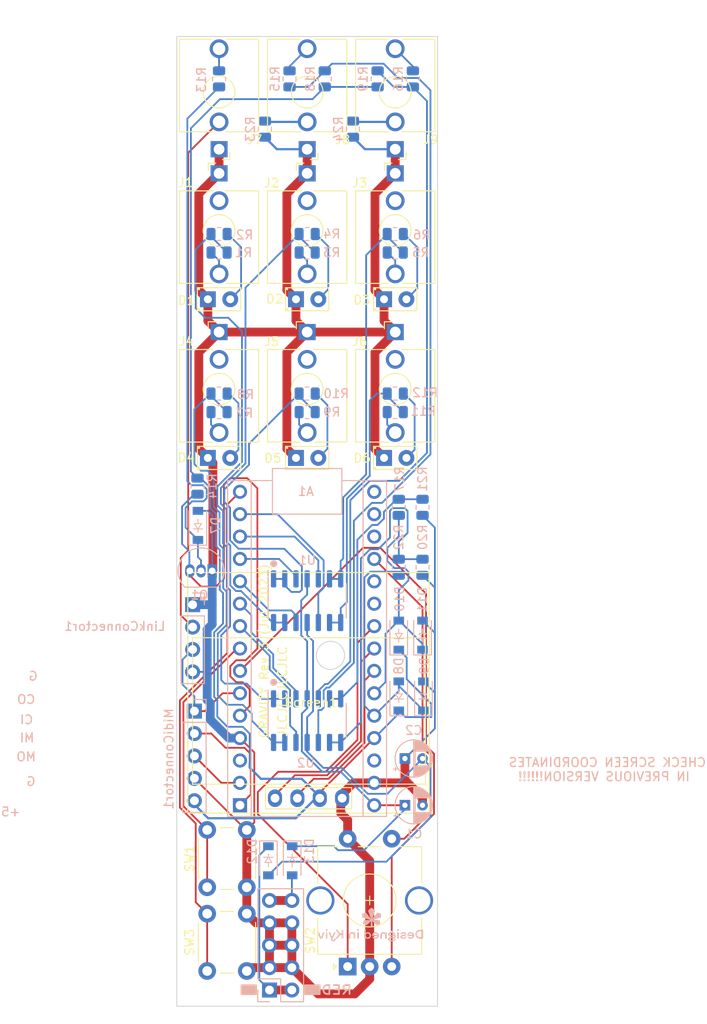
<source format=kicad_pcb>
(kicad_pcb (version 20211014) (generator pcbnew)

  (general
    (thickness 1.6)
  )

  (paper "A4")
  (layers
    (0 "F.Cu" signal)
    (31 "B.Cu" signal)
    (32 "B.Adhes" user "B.Adhesive")
    (33 "F.Adhes" user "F.Adhesive")
    (34 "B.Paste" user)
    (35 "F.Paste" user)
    (36 "B.SilkS" user "B.Silkscreen")
    (37 "F.SilkS" user "F.Silkscreen")
    (38 "B.Mask" user)
    (39 "F.Mask" user)
    (40 "Dwgs.User" user "User.Drawings")
    (41 "Cmts.User" user "User.Comments")
    (42 "Eco1.User" user "User.Eco1")
    (43 "Eco2.User" user "User.Eco2")
    (44 "Edge.Cuts" user)
    (45 "Margin" user)
    (46 "B.CrtYd" user "B.Courtyard")
    (47 "F.CrtYd" user "F.Courtyard")
    (48 "B.Fab" user)
    (49 "F.Fab" user)
    (50 "User.1" user)
    (51 "User.2" user)
    (52 "User.3" user)
    (53 "User.4" user)
    (54 "User.5" user)
    (55 "User.6" user)
    (56 "User.7" user)
    (57 "User.8" user)
    (58 "User.9" user)
  )

  (setup
    (stackup
      (layer "F.SilkS" (type "Top Silk Screen"))
      (layer "F.Paste" (type "Top Solder Paste"))
      (layer "F.Mask" (type "Top Solder Mask") (thickness 0.01))
      (layer "F.Cu" (type "copper") (thickness 0.035))
      (layer "dielectric 1" (type "core") (thickness 1.51) (material "FR4") (epsilon_r 4.5) (loss_tangent 0.02))
      (layer "B.Cu" (type "copper") (thickness 0.035))
      (layer "B.Mask" (type "Bottom Solder Mask") (thickness 0.01))
      (layer "B.Paste" (type "Bottom Solder Paste"))
      (layer "B.SilkS" (type "Bottom Silk Screen"))
      (copper_finish "None")
      (dielectric_constraints no)
    )
    (pad_to_mask_clearance 0)
    (aux_axis_origin 100 40)
    (pcbplotparams
      (layerselection 0x00010fc_ffffffff)
      (disableapertmacros false)
      (usegerberextensions false)
      (usegerberattributes true)
      (usegerberadvancedattributes true)
      (creategerberjobfile true)
      (svguseinch false)
      (svgprecision 6)
      (excludeedgelayer true)
      (plotframeref false)
      (viasonmask false)
      (mode 1)
      (useauxorigin false)
      (hpglpennumber 1)
      (hpglpenspeed 20)
      (hpglpendiameter 15.000000)
      (dxfpolygonmode true)
      (dxfimperialunits true)
      (dxfusepcbnewfont true)
      (psnegative false)
      (psa4output false)
      (plotreference true)
      (plotvalue true)
      (plotinvisibletext false)
      (sketchpadsonfab false)
      (subtractmaskfromsilk false)
      (outputformat 1)
      (mirror false)
      (drillshape 0)
      (scaleselection 1)
      (outputdirectory "REV3 Exports/")
    )
  )

  (net 0 "")
  (net 1 "Serial Out")
  (net 2 "Serial In")
  (net 3 "unconnected-(A1-Pad3)")
  (net 4 "GND")
  (net 5 "DIGITAL INPUT")
  (net 6 "ENC_D2")
  (net 7 "ENC_D1")
  (net 8 "Channel 1")
  (net 9 "Channel 3")
  (net 10 "Channel 4")
  (net 11 "Channel 6")
  (net 12 "START STOP BTN")
  (net 13 "SHIFT BTN")
  (net 14 "24ppqn OUT")
  (net 15 "unconnected-(A1-Pad17)")
  (net 16 "unconnected-(A1-Pad18)")
  (net 17 "unconnected-(A1-Pad20)")
  (net 18 "unconnected-(A1-Pad21)")
  (net 19 "ENC_BTN")
  (net 20 "I2C SDA")
  (net 21 "I2C SCL")
  (net 22 "+5V")
  (net 23 "unconnected-(A1-Pad28)")
  (net 24 "+12V")
  (net 25 "Net-(D1-Pad2)")
  (net 26 "Net-(D2-Pad2)")
  (net 27 "Net-(D3-Pad2)")
  (net 28 "Net-(D4-Pad2)")
  (net 29 "Net-(D5-Pad2)")
  (net 30 "Net-(D6-Pad2)")
  (net 31 "Net-(D7-Pad1)")
  (net 32 "Net-(J1-PadT)")
  (net 33 "unconnected-(J1-PadTN)")
  (net 34 "Net-(J2-PadT)")
  (net 35 "unconnected-(J2-PadTN)")
  (net 36 "Net-(J3-PadT)")
  (net 37 "unconnected-(J3-PadTN)")
  (net 38 "Net-(J4-PadT)")
  (net 39 "unconnected-(J4-PadTN)")
  (net 40 "Net-(J5-PadT)")
  (net 41 "unconnected-(J5-PadTN)")
  (net 42 "Net-(J6-PadT)")
  (net 43 "unconnected-(J6-PadTN)")
  (net 44 "Net-(J7-PadT)")
  (net 45 "DIGITAL INPUT PIN")
  (net 46 "Net-(J8-PadT)")
  (net 47 "Net-(J8-PadTN)")
  (net 48 "Net-(J9-PadT)")
  (net 49 "Net-(J9-PadTN)")
  (net 50 "CV2 INPUT")
  (net 51 "-12V")
  (net 52 "CV1 INPUT")
  (net 53 "unconnected-(A1-Pad16)")
  (net 54 "Net-(D12-Pad1)")
  (net 55 "Net-(D13-Pad2)")
  (net 56 "Net-(R1-Pad1)")
  (net 57 "Net-(R3-Pad1)")
  (net 58 "Net-(R5-Pad1)")
  (net 59 "Net-(R7-Pad1)")
  (net 60 "Net-(R10-Pad2)")
  (net 61 "Net-(R11-Pad1)")
  (net 62 "Net-(R17-Pad2)")
  (net 63 "Net-(R15-Pad2)")
  (net 64 "Net-(R16-Pad2)")
  (net 65 "Net-(R20-Pad1)")
  (net 66 "Channel 2")
  (net 67 "Channel 5")

  (footprint "gtoe:thonkiconn" (layer "F.Cu") (at 124.8 46.3 180))

  (footprint "gtoe:button" (layer "F.Cu") (at 105.7 142.75 90))

  (footprint "gtoe:FlatTopLed" (layer "F.Cu") (at 114.8 87.8))

  (footprint "gtoe:thonkiconn" (layer "F.Cu") (at 114.8 62))

  (footprint "gtoe:thonkiconn" (layer "F.Cu") (at 114.8 80))

  (footprint "gtoe:FlatTopLed" (layer "F.Cu") (at 104.8 87.8))

  (footprint "gtoe:FlatTopLed" (layer "F.Cu") (at 124.8 69.8))

  (footprint "gtoe:I2C SSD1306" (layer "F.Cu") (at 114.95 115.8 180))

  (footprint "gtoe:thonkiconn" (layer "F.Cu") (at 124.8 62))

  (footprint "gtoe:FlatTopLed" (layer "F.Cu") (at 114.8 69.8))

  (footprint "gtoe:SwitchEncoder" (layer "F.Cu") (at 121.9 138 90))

  (footprint "gtoe:thonkiconn" (layer "F.Cu") (at 114.8 46.3 180))

  (footprint "gtoe:thonkiconn" (layer "F.Cu") (at 124.8 80))

  (footprint "gtoe:thonkiconn" (layer "F.Cu") (at 104.8 62))

  (footprint "gtoe:FlatTopLed" (layer "F.Cu") (at 124.8 87.8))

  (footprint "gtoe:FlatTopLed" (layer "F.Cu") (at 104.8 69.8))

  (footprint "gtoe:thonkiconn" (layer "F.Cu") (at 104.8 80))

  (footprint "gtoe:thonkiconn" (layer "F.Cu") (at 104.8 46.3 180))

  (footprint "gtoe:button" (layer "F.Cu") (at 105.7 133.25 90))

  (footprint "Diode_SMD:D_SOD-123" (layer "B.Cu") (at 113.1 133.5 -90))

  (footprint "Resistor_SMD:R_0805_2012Metric" (layer "B.Cu") (at 120 50.5 -90))

  (footprint "Resistor_SMD:R_0805_2012Metric" (layer "B.Cu") (at 122.8 44.8 -90))

  (footprint "Capacitor_THT:CP_Radial_D4.0mm_P2.00mm" (layer "B.Cu") (at 125.9 127.2))

  (footprint "Diode_SMD:D_SOD-123" (layer "B.Cu") (at 128 114.8 90))

  (footprint "Diode_SMD:D_SOD-123" (layer "B.Cu") (at 127.9 107.9 90))

  (footprint "Resistor_SMD:R_0805_2012Metric" (layer "B.Cu") (at 114.8 82.6 180))

  (footprint "Diode_SMD:D_SOD-123" (layer "B.Cu") (at 110.4 133.5 -90))

  (footprint "Resistor_SMD:R_0805_2012Metric" (layer "B.Cu") (at 114.8 64.5 180))

  (footprint "Package_SO:SO-14_3.9x8.65mm_P1.27mm" (layer "B.Cu") (at 114.8 117.6 -90))

  (footprint "Connector_PinHeader_2.54mm:PinHeader_1x04_P2.54mm_Vertical" (layer "B.Cu") (at 101.8 104.45 180))

  (footprint "Resistor_SMD:R_0805_2012Metric" (layer "B.Cu") (at 110 50.5 -90))

  (footprint "gtoe:Arduino_Nano (adjusted courtyard)" (layer "B.Cu") (at 114.8 112))

  (footprint "Resistor_SMD:R_0805_2012Metric" (layer "B.Cu") (at 104.8 44.8 -90))

  (footprint "Resistor_SMD:R_0805_2012Metric" (layer "B.Cu") (at 104.8 82.6 180))

  (footprint "Resistor_SMD:R_0805_2012Metric" (layer "B.Cu") (at 124.8 80.5 180))

  (footprint "Resistor_SMD:R_0805_2012Metric" (layer "B.Cu") (at 114.8 80.5 180))

  (footprint "Resistor_SMD:R_0805_2012Metric" (layer "B.Cu") (at 102.35 91 90))

  (footprint "Resistor_SMD:R_0805_2012Metric" (layer "B.Cu") (at 125.2 100.2 90))

  (footprint "Resistor_SMD:R_0805_2012Metric" (layer "B.Cu") (at 116.8 44.8 -90))

  (footprint "Connector_PinHeader_2.54mm:PinHeader_1x05_P2.54mm_Vertical" (layer "B.Cu") (at 102 116.525 180))

  (footprint "Resistor_SMD:R_0805_2012Metric" (layer "B.Cu") (at 104.8 62.4 180))

  (footprint "Resistor_SMD:R_0805_2012Metric" (layer "B.Cu") (at 124.8 64.5 180))

  (footprint "Resistor_SMD:R_0805_2012Metric" (layer "B.Cu")
    (tedit 5F68FEEE) (tstamp 884a7a4e-c2eb-4e31-bfde-a434de71cdbe)
    (at 124.8 82.6 180)
    (descr "Resistor SMD 0805 (2012 Metric), square (rectangular) end terminal, IPC_7351 nominal, (Body size source: IPC-SM-782 page 72, https://www.pcb-3d.com/wordpress/wp-content/uploads/ipc-sm-782a_amendment_1_and_2.pdf), generated with kicad-footprint-generator")
    (tags "resistor")
    (property "Sheetfile" "gtoe.kicad_sch")
    (property "Sheetname" "")
    (path "/eaf04bf4-de39-496c-a088-aba1df96f817")
    (attr smd)
    (fp_text reference "R11" (at -3.1875 0.1) (layer "B.SilkS")
      (effects (font (size 1 1) (thickness 0.15)) (justify mirror))
      (tstamp ca7e81e5-8759-4312-8c8f-1d9fd829b020)
    )
    (fp_text value "1K" (at 0 -1.65) (layer "B.Fab")
      (effects (font (size 1 1) (thickness 0.15)) (justify mirror))
      (tstamp 272f3701-a3e5-47d7-86a4-982feb933877)
    )
    (fp_text user "${REFERENCE}" (at 0 0) (layer "B.Fab")
      (effects (font (size 0.5 
... [256211 chars truncated]
</source>
